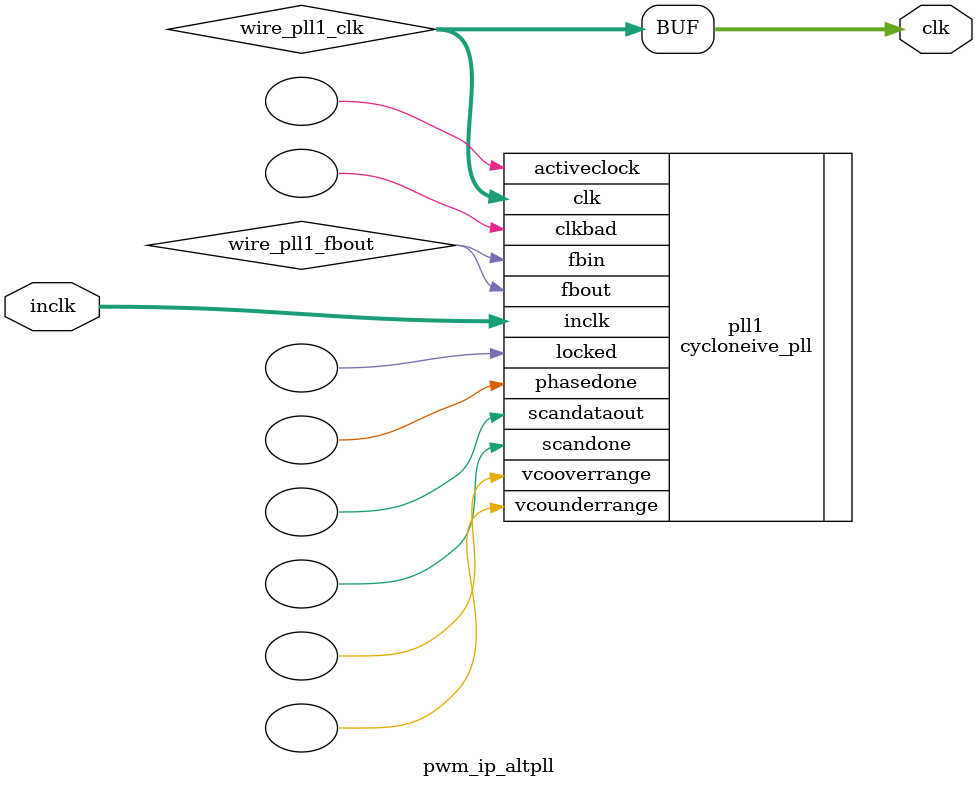
<source format=v>






//synthesis_resources = cycloneive_pll 1 
//synopsys translate_off
`timescale 1 ps / 1 ps
//synopsys translate_on
module  pwm_ip_altpll
	( 
	clk,
	inclk) /* synthesis synthesis_clearbox=1 */;
	output   [4:0]  clk;
	input   [1:0]  inclk;
`ifndef ALTERA_RESERVED_QIS
// synopsys translate_off
`endif
	tri0   [1:0]  inclk;
`ifndef ALTERA_RESERVED_QIS
// synopsys translate_on
`endif

	wire  [4:0]   wire_pll1_clk;
	wire  wire_pll1_fbout;

	cycloneive_pll   pll1
	( 
	.activeclock(),
	.clk(wire_pll1_clk),
	.clkbad(),
	.fbin(wire_pll1_fbout),
	.fbout(wire_pll1_fbout),
	.inclk(inclk),
	.locked(),
	.phasedone(),
	.scandataout(),
	.scandone(),
	.vcooverrange(),
	.vcounderrange()
	`ifndef FORMAL_VERIFICATION
	// synopsys translate_off
	`endif
	,
	.areset(1'b0),
	.clkswitch(1'b0),
	.configupdate(1'b0),
	.pfdena(1'b1),
	.phasecounterselect({3{1'b0}}),
	.phasestep(1'b0),
	.phaseupdown(1'b0),
	.scanclk(1'b0),
	.scanclkena(1'b1),
	.scandata(1'b0)
	`ifndef FORMAL_VERIFICATION
	// synopsys translate_on
	`endif
	);
	defparam
		pll1.bandwidth_type = "auto",
		pll1.clk0_divide_by = 1,
		pll1.clk0_duty_cycle = 50,
		pll1.clk0_multiply_by = 2,
		pll1.clk0_phase_shift = "0",
		pll1.compensate_clock = "clk0",
		pll1.inclk0_input_frequency = 20000,
		pll1.operation_mode = "normal",
		pll1.pll_type = "auto",
		pll1.lpm_type = "cycloneive_pll";
	assign
		clk = {wire_pll1_clk[4:0]};
endmodule //pwm_ip_altpll
//VALID FILE

</source>
